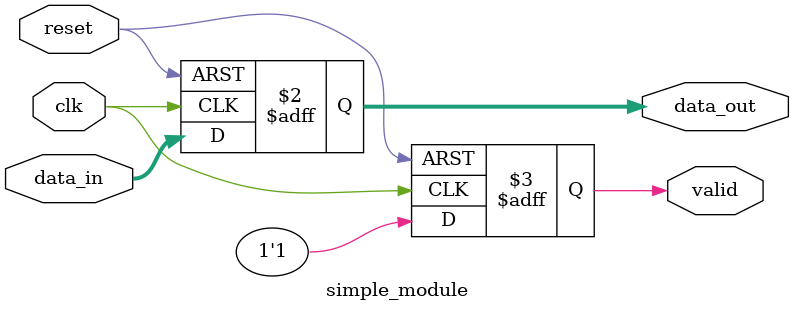
<source format=sv>
module simple_module (
    input logic clk,
    input logic reset,
    input logic [7:0] data_in,
    output logic [7:0] data_out,
    output logic valid
);

    always_ff @(posedge clk or posedge reset) begin
        if (reset) begin
            data_out <= 8'h00;
            valid <= 1'b0;
        end else begin
            data_out <= data_in;
            valid <= 1'b1;
        end
    end

endmodule


</source>
